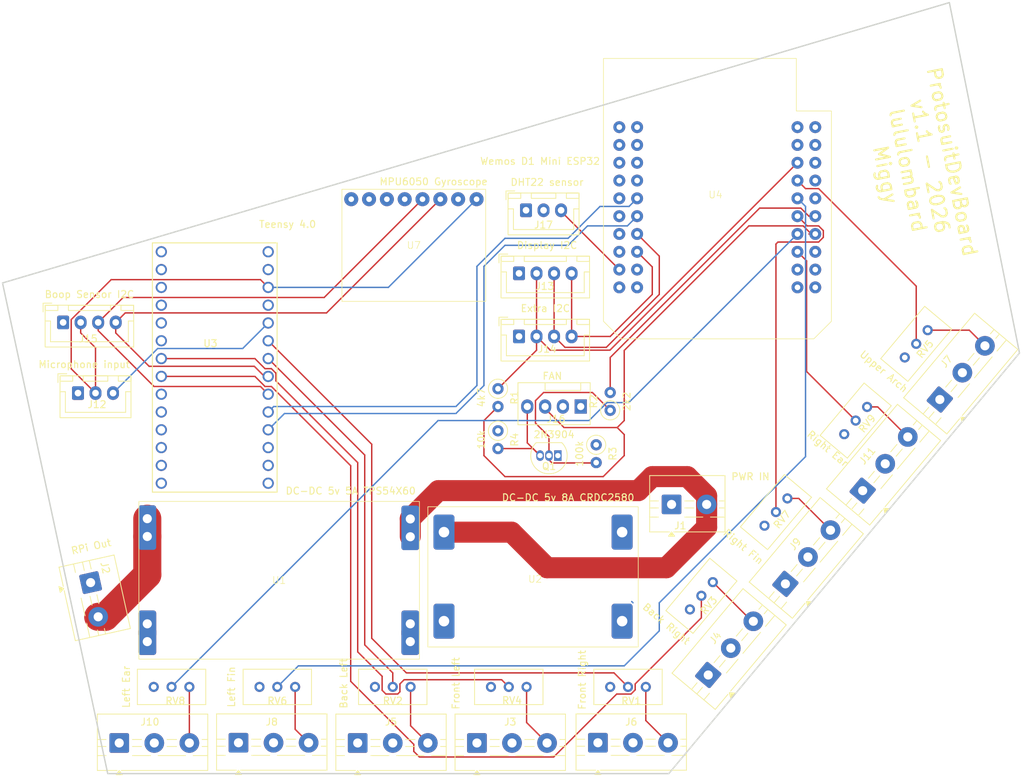
<source format=kicad_pcb>
(kicad_pcb (version 20241229) (generator "pcbnew") (generator_version "9.0")
  (layers (0 "F.Cu" power) (4 "In1.Cu" signal) (6 "In2.Cu" signal) (2 "B.Cu" power) (13 "F.Paste" user) (15 "B.Paste" user) (5 "F.SilkS" user "F.Silkscreen") (7 "B.SilkS" user "B.Silkscreen") (1 "F.Mask" user) (3 "B.Mask" user) (25 "Edge.Cuts" user))
  (net 0 "")
  (net 1 "Net-(J1-Pin_2)")
  (net 2 "Net-(J2-Pin_2)")
  (net 3 "GND")
  (net 4 "Net-(J3-Pin_3)")
  (net 5 "+5V")
  (net 6 "Net-(J4-Pin_3)")
  (net 7 "Net-(J5-Pin_3)")
  (net 8 "Net-(J6-Pin_3)")
  (net 9 "Net-(J7-Pin_3)")
  (net 10 "Net-(J8-Pin_3)")
  (net 11 "Net-(J9-Pin_3)")
  (net 12 "Net-(J10-Pin_3)")
  (net 13 "Net-(J11-Pin_3)")
  (net 14 "Net-(Q1-B)")
  (net 15 "Net-(J12-Pin_3)")
  (net 16 "Net-(J12-Pin_2)")
  (net 17 "Net-(J13-Pin_4)")
  (net 18 "Net-(J13-Pin_3)")
  (net 19 "Net-(J13-Pin_2)")
  (net 20 "Net-(J15-Pin_4)")
  (net 21 "Net-(U4-IO33)")
  (net 22 "Net-(J15-Pin_3)")
  (net 32 "Net-(U3-5_IN2)")
  (net 34 "Net-(U3-17_A3_TX4_SDA1)")
  (net 36 "Net-(U3-20_A6_TX5_LRCLK1)")
  (net 45 "Net-(U3-21_A7_RX5_BCLK1)")
  (net 48 "Net-(U3-6_OUT1D)")
  (net 51 "Net-(U3-16_A2_RX4_SCL1)")
  (net 58 "Net-(U4-IO5)")
  (net 63 "Net-(U4-IO23)")
  (net 66 "Net-(J16-Pin_3)")
  (net 73 "Net-(U4-IO19)")
  (net 74 "Net-(U4-IO18)")
  (net 77 "Net-(J16-Pin_4)")
  (net 78 "Net-(J17-Pin_3)")
  (net 83 "Net-(U4-IO26)")
  (footprint "TerminalBlock:TerminalBlock_MaiXu_MX126-5.0-02P_1x02_P5.00mm" (layer "F.Cu") (at 174.75 106.9675)
    (property "Reference" "J1" (at 1.25 3.0325 0) (layer "F.SilkS"))
    (property "Value" "PWR IN" (at 11.25 -3.9675 0) (layer "F.SilkS"))
    (pad "1" thru_hole roundrect (at 0 0) (size 2.8 2.8) (drill 1.3) (layers "*.Cu" "*.Mask") (roundrect_rratio 0.089286) (net 3 "GND"))
    (pad "2" thru_hole circle (at 5 0) (size 2.8 2.8) (drill 1.3) (layers "*.Cu" "*.Mask") (net 1 "Net-(J1-Pin_2)"))
  )
  (footprint "Connector_JST:JST_XH_B4B-XH-A_1x04_P2.50mm_Vertical" (layer "F.Cu") (at 88 81)
    (property "Reference" "J15" (at 3.580525 2.330201 0) (layer "F.SilkS"))
    (property "Value" "Boop Sensor I2C" (at 3.75 -4 0) (layer "F.SilkS"))
    (pad "1" thru_hole roundrect (at 0 0) (size 1.7 1.95) (drill 0.95) (layers "*.Cu" "*.Mask") (roundrect_rratio 0.147059) (net 3 "GND"))
    (pad "2" thru_hole oval (at 2.5 0) (size 1.7 1.95) (drill 0.95) (layers "*.Cu" "*.Mask") (net 16 "Net-(J12-Pin_2)"))
    (pad "3" thru_hole oval (at 5 0) (size 1.7 1.95) (drill 0.95) (layers "*.Cu" "*.Mask") (net 22 "Net-(J15-Pin_3)"))
    (pad "4" thru_hole oval (at 7.5 0) (size 1.7 1.95) (drill 0.95) (layers "*.Cu" "*.Mask") (net 20 "Net-(J15-Pin_4)"))
  )
  (footprint "TerminalBlock:TerminalBlock_MaiXu_MX126-5.0-03P_1x03_P5.00mm" (layer "F.Cu") (at 213 92 50)
    (property "Reference" "J7" (at 4.759106 -2.762267 50) (layer "F.SilkS"))
    (property "Value" "Upper Arch" (at -2.078123 -8.699506 140) (layer "F.SilkS"))
    (pad "1" thru_hole roundrect (at 0 0 50) (size 2.8 2.8) (drill 1.3) (layers "*.Cu" "*.Mask") (roundrect_rratio 0.089286) (net 3 "GND"))
    (pad "2" thru_hole circle (at 5 0 50) (size 2.8 2.8) (drill 1.3) (layers "*.Cu" "*.Mask") (net 5 "+5V"))
    (pad "3" thru_hole circle (at 10 0 50) (size 2.8 2.8) (drill 1.3) (layers "*.Cu" "*.Mask") (net 9 "Net-(J7-Pin_3)"))
  )
  (footprint "Potentiometer_THT:Potentiometer_Bourns_3296W_Vertical" (layer "F.Cu") (at 106 133)
    (property "Reference" "RV8" (at -2 2 0) (layer "F.SilkS"))
    (property "Value" "Left Ear Adj" (hide yes))
    (pad "1" thru_hole circle (at 0 0) (size 1.44 1.44) (drill 0.8) (layers "*.Cu" "*.Mask") (net 12 "Net-(J10-Pin_3)"))
    (pad "2" thru_hole circle (at -2.54 0) (size 1.44 1.44) (drill 0.8) (layers "*.Cu" "*.Mask") (net 74 "Net-(U4-IO18)"))
    (pad "3" thru_hole circle (at -5.08 0) (size 1.44 1.44) (drill 0.8) (layers "*.Cu" "*.Mask"))
  )
  (footprint "Resistor_THT:R_Axial_DIN0207_L6.3mm_D2.5mm_P2.54mm_Vertical" (layer "F.Cu") (at 164 98.46 -90)
    (property "Reference" "R3" (at 1.27 -2.37 90) (layer "F.SilkS"))
    (property "Value" "100k" (at 1.27 2.37 90) (layer "F.SilkS"))
    (pad "1" thru_hole circle (at 0 0 270) (size 1.6 1.6) (drill 0.8) (layers "*.Cu" "*.Mask") (net 3 "GND"))
    (pad "2" thru_hole circle (at 2.54 0 270) (size 1.6 1.6) (drill 0.8) (layers "*.Cu" "*.Mask") (net 14 "Net-(Q1-B)"))
  )
  (footprint "Aliexpress:DC_DC_5V_8A_CRDC2580" (layer "F.Cu") (at 155 116)
    (property "Reference" "U2" (at 0.3 1.62 0) (layer "F.SilkS") (effects (font (thickness 0.1))))
    (property "Value" "DC-DC 5v 8A CRDC2580" (at 5 -10 0) (layer "F.SilkS"))
    (pad "1" thru_hole roundrect (at -12.7 -5.08) (size 3 5) (drill 1.5) (layers "*.Cu" "*.Mask") (roundrect_rratio 0.15) (net 1 "Net-(J1-Pin_2)"))
    (pad "2" thru_hole roundrect (at -12.7 7.62) (size 3 5) (drill 1.5) (layers "*.Cu" "*.Mask") (roundrect_rratio 0.15) (net 3 "GND"))
    (pad "3" thru_hole roundrect (at 12.7 -5.08) (size 3 5) (drill 1.5) (layers "*.Cu" "*.Mask") (roundrect_rratio 0.15) (net 5 "+5V"))
    (pad "4" thru_hole roundrect (at 12.7 7.62) (size 3 5) (drill 1.5) (layers "*.Cu" "*.Mask") (roundrect_rratio 0.15) (net 3 "GND"))
  )
  (footprint "Aliexpress:DC_DC_5V_5A_TPS54X60" (layer "F.Cu") (at 120 119.04 180)
    (property "Reference" "U1" (at 1.21 1.25 0) (layer "F.SilkS") (effects (font (thickness 0.1))))
    (property "Value" "DC-DC 5v 5A TPS54X60" (at -9 14 0) (layer "F.SilkS"))
    (pad "1" thru_hole roundrect (at -17.5 7.459999 180) (size 2.54 3.81) (drill 1.3) (layers "*.Cu" "*.Mask") (roundrect_rratio 0.15) (net 1 "Net-(J1-Pin_2)"))
    (pad "1" thru_hole roundrect (at -17.5 10 180) (size 2.54 3.81) (drill 1.3) (layers "*.Cu" "*.Mask") (roundrect_rratio 0.15) (net 1 "Net-(J1-Pin_2)"))
    (pad "2" thru_hole roundrect (at -17.5 -7.5 180) (size 2.54 3.81) (drill 1.3) (layers "*.Cu" "*.Mask") (roundrect_rratio 0.15) (net 3 "GND"))
    (pad "2" thru_hole roundrect (at -17.5 -4.96 180) (size 2.54 3.81) (drill 1.3) (layers "*.Cu" "*.Mask") (roundrect_rratio 0.15) (net 3 "GND"))
    (pad "3" thru_hole roundrect (at 20 7.5 180) (size 2.54 3.81) (drill 1.3) (layers "*.Cu" "*.Mask") (roundrect_rratio 0.15) (net 2 "Net-(J2-Pin_2)"))
    (pad "3" thru_hole roundrect (at 20 10.04 180) (size 2.54 3.81) (drill 1.3) (layers "*.Cu" "*.Mask") (roundrect_rratio 0.15) (net 2 "Net-(J2-Pin_2)"))
    (pad "4" thru_hole roundrect (at 20 -7.5 180) (size 2.54 3.81) (drill 1.3) (layers "*.Cu" "*.Mask") (roundrect_rratio 0.15) (net 3 "GND"))
    (pad "4" thru_hole roundrect (at 20 -4.959999 180) (size 2.54 3.81) (drill 1.3) (layers "*.Cu" "*.Mask") (roundrect_rratio 0.15) (net 3 "GND"))
  )
  (footprint "TerminalBlock:TerminalBlock_MaiXu_MX126-5.0-03P_1x03_P5.00mm" (layer "F.Cu") (at 130 141)
    (property "Reference" "J5" (at 4.75 -3 0) (layer "F.SilkS"))
    (property "Value" "Back Left" (at -2 -8.5 90) (layer "F.SilkS"))
    (pad "1" thru_hole roundrect (at 0 0) (size 2.8 2.8) (drill 1.3) (layers "*.Cu" "*.Mask") (roundrect_rratio 0.089286) (net 3 "GND"))
    (pad "2" thru_hole circle (at 5 0) (size 2.8 2.8) (drill 1.3) (layers "*.Cu" "*.Mask") (net 5 "+5V"))
    (pad "3" thru_hole circle (at 10 0) (size 2.8 2.8) (drill 1.3) (layers "*.Cu" "*.Mask") (net 7 "Net-(J5-Pin_3)"))
  )
  (footprint "Resistor_THT:R_Axial_DIN0207_L6.3mm_D2.5mm_P2.54mm_Vertical" (layer "F.Cu") (at 166 93.54 90)
    (property "Reference" "R2" (at 1.27 -2.37 90) (layer "F.SilkS"))
    (property "Value" "2k2" (at 1.27 2.37 90) (layer "F.SilkS"))
    (pad "1" thru_hole circle (at 0 0 90) (size 1.6 1.6) (drill 0.8) (layers "*.Cu" "*.Mask") (net 14 "Net-(Q1-B)"))
    (pad "2" thru_hole circle (at 2.54 0 90) (size 1.6 1.6) (drill 0.8) (layers "*.Cu" "*.Mask") (net 21 "Net-(U4-IO33)"))
  )
  (footprint "TerminalBlock:TerminalBlock_MaiXu_MX126-5.0-03P_1x03_P5.00mm" (layer "F.Cu") (at 96 141)
    (property "Reference" "J10" (at 4.38 -3 0) (layer "F.SilkS"))
    (property "Value" "Left Ear" (at 1 -8 90) (layer "F.SilkS"))
    (pad "1" thru_hole roundrect (at 0 0) (size 2.8 2.8) (drill 1.3) (layers "*.Cu" "*.Mask") (roundrect_rratio 0.089286) (net 3 "GND"))
    (pad "2" thru_hole circle (at 5 0) (size 2.8 2.8) (drill 1.3) (layers "*.Cu" "*.Mask") (net 5 "+5V"))
    (pad "3" thru_hole circle (at 10 0) (size 2.8 2.8) (drill 1.3) (layers "*.Cu" "*.Mask") (net 12 "Net-(J10-Pin_3)"))
  )
  (footprint "Potentiometer_THT:Potentiometer_Bourns_3296W_Vertical" (layer "F.Cu") (at 121.08 133)
    (property "Reference" "RV6" (at -2.54 2 0) (layer "F.SilkS"))
    (property "Value" "Left Fin Adj" (hide yes))
    (pad "1" thru_hole circle (at 0 0) (size 1.44 1.44) (drill 0.8) (layers "*.Cu" "*.Mask") (net 10 "Net-(J8-Pin_3)"))
    (pad "2" thru_hole circle (at -2.54 0) (size 1.44 1.44) (drill 0.8) (layers "*.Cu" "*.Mask") (net 63 "Net-(U4-IO23)"))
    (pad "3" thru_hole circle (at -5.08 0) (size 1.44 1.44) (drill 0.8) (layers "*.Cu" "*.Mask"))
  )
  (footprint "Connector:FanPinHeader_1x04_P2.54mm_Vertical_No_Via" (layer "F.Cu") (at 161.8 93 180)
    (property "Reference" "J16" (at 3.516761 -1.778602 0) (layer "F.SilkS"))
    (property "Value" "FAN" (at 4.05 4.35 0) (layer "F.SilkS"))
    (pad "1" thru_hole rect (at 0 0 270) (size 2.03 1.73) (drill 1.02) (layers "*.Cu" "*.Mask") (net 3 "GND"))
    (pad "2" thru_hole oval (at 2.54 0 270) (size 2.03 1.73) (drill 1.02) (layers "*.Cu" "*.Mask") (net 5 "+5V"))
    (pad "3" thru_hole oval (at 5.08 0 270) (size 2.03 1.73) (drill 1.02) (layers "*.Cu" "*.Mask") (net 66 "Net-(J16-Pin_3)"))
    (pad "4" thru_hole oval (at 7.62 0 270) (size 2.03 1.73) (drill 1.02) (layers "*.Cu" "*.Mask") (net 77 "Net-(J16-Pin_4)"))
  )
  (footprint "Connector_JST:JST_XH_B3B-XH-A_1x03_P2.50mm_Vertical" (layer "F.Cu") (at 90.11852 91.082198)
    (property "Reference" "J12" (at 2.712448 1.625615 0) (layer "F.SilkS"))
    (property "Value" "Microphone input" (at 0.88148 -4.082198 0) (layer "F.SilkS"))
    (pad "1" thru_hole roundrect (at 0 0) (size 1.7 1.95) (drill 0.95) (layers "*.Cu" "*.Mask") (roundrect_rratio 0.147059) (net 3 "GND"))
    (pad "2" thru_hole oval (at 2.5 0) (size 1.7 1.95) (drill 0.95) (layers "*.Cu" "*.Mask") (net 16 "Net-(J12-Pin_2)"))
    (pad "3" thru_hole oval (at 5 0) (size 1.7 1.95) (drill 0.95) (layers "*.Cu" "*.Mask") (net 15 "Net-(J12-Pin_3)"))
  )
  (footprint "TerminalBlock:TerminalBlock_MaiXu_MX126-5.0-03P_1x03_P5.00mm" (layer "F.Cu") (at 147 141)
    (property "Reference" "J3" (at 4.75 -3 0) (layer "F.SilkS"))
    (property "Value" "Front Left" (at -3 -8.5 90) (layer "F.SilkS"))
    (pad "1" thru_hole roundrect (at 0 0) (size 2.8 2.8) (drill 1.3) (layers "*.Cu" "*.Mask") (roundrect_rratio 0.089286) (net 3 "GND"))
    (pad "2" thru_hole circle (at 5 0) (size 2.8 2.8) (drill 1.3) (layers "*.Cu" "*.Mask") (net 5 "+5V"))
    (pad "3" thru_hole circle (at 10 0) (size 2.8 2.8) (drill 1.3) (layers "*.Cu" "*.Mask") (net 4 "Net-(J3-Pin_3)"))
  )
  (footprint "TerminalBlock:TerminalBlock_MaiXu_MX126-5.0-03P_1x03_P5.00mm" (layer "F.Cu") (at 202 105 50)
    (property "Reference" "J11" (at 4.236703 -2.695161 50) (layer "F.SilkS"))
    (property "Value" "Right Ear" (at 1.382329 -7.686948 140) (layer "F.SilkS"))
    (pad "1" thru_hole roundrect (at 0 0 50) (size 2.8 2.8) (drill 1.3) (layers "*.Cu" "*.Mask") (roundrect_rratio 0.089286) (net 3 "GND"))
    (pad "2" thru_hole circle (at 5 0 50) (size 2.8 2.8) (drill 1.3) (layers "*.Cu" "*.Mask") (net 5 "+5V"))
    (pad "3" thru_hole circle (at 10 0 50) (size 2.8 2.8) (drill 1.3) (layers "*.Cu" "*.Mask") (net 13 "Net-(J11-Pin_3)"))
  )
  (footprint "Potentiometer_THT:Potentiometer_Bourns_3296W_Vertical" (layer "F.Cu") (at 180.632681 118.054247 50)
    (property "Reference" "RV3" (at -2.926003 1.708353 50) (layer "F.SilkS"))
    (property "Value" "Back Right Adj" (hide yes))
    (pad "1" thru_hole circle (at 0 0 50) (size 1.44 1.44) (drill 0.8) (layers "*.Cu" "*.Mask") (net 6 "Net-(J4-Pin_3)"))
    (pad "2" thru_hole circle (at -2.54 0 50) (size 1.44 1.44) (drill 0.8) (layers "*.Cu" "*.Mask") (net 48 "Net-(U3-6_OUT1D)"))
    (pad "3" thru_hole circle (at -5.08 0 50) (size 1.44 1.44) (drill 0.8) (layers "*.Cu" "*.Mask"))
  )
  (footprint "TerminalBlock:TerminalBlock_MaiXu_MX126-5.0-03P_1x03_P5.00mm" (layer "F.Cu") (at 179.980466 131.300224 50)
    (property "Reference" "J4" (at 4.715551 -2.62591 50) (layer "F.SilkS"))
    (property "Value" "Back Right" (at 1.748127 -9.273796 140) (layer "F.SilkS"))
    (pad "1" thru_hole roundrect (at 0 0 50) (size 2.8 2.8) (drill 1.3) (layers "*.Cu" "*.Mask") (roundrect_rratio 0.089286) (net 3 "GND"))
    (pad "2" thru_hole circle (at 5 0 50) (size 2.8 2.8) (drill 1.3) (layers "*.Cu" "*.Mask") (net 5 "+5V"))
    (pad "3" thru_hole circle (at 10 0 50) (size 2.8 2.8) (drill 1.3) (layers "*.Cu" "*.Mask") (net 6 "Net-(J4-Pin_3)"))
  )
  (footprint "Resistor_THT:R_Axial_DIN0207_L6.3mm_D2.5mm_P2.54mm_Vertical" (layer "F.Cu") (at 150 90.46 -90)
    (property "Reference" "R1" (at 1.27 -2.37 90) (layer "F.SilkS"))
    (property "Value" "4k7" (at 1.27 2.37 90) (layer "F.SilkS"))
    (pad "1" thru_hole circle (at 0 0 270) (size 1.6 1.6) (drill 0.8) (layers "*.Cu" "*.Mask") (net 19 "Net-(J13-Pin_2)"))
    (pad "2" thru_hole circle (at 2.54 0 270) (size 1.6 1.6) (drill 0.8) (layers "*.Cu" "*.Mask") (net 66 "Net-(J16-Pin_3)"))
  )
  (footprint "Potentiometer_THT:Potentiometer_Bourns_3296W_Vertical" (layer "F.Cu") (at 211.265361 82.108494 50)
    (property "Reference" "RV5" (at -2.312503 1.45505 50) (layer "F.SilkS"))
    (property "Value" "Upper Arch Adj" (hide yes))
    (pad "1" thru_hole circle (at 0 0 50) (size 1.44 1.44) (drill 0.8) (layers "*.Cu" "*.Mask") (net 9 "Net-(J7-Pin_3)"))
    (pad "2" thru_hole circle (at -2.54 0 50) (size 1.44 1.44) (drill 0.8) (layers "*.Cu" "*.Mask") (net 58 "Net-(U4-IO5)"))
    (pad "3" thru_hole circle (at -5.08 0 50) (size 1.44 1.44) (drill 0.8) (layers "*.Cu" "*.Mask"))
  )
  (footprint "Connector_JST:JST_XH_B4B-XH-A_1x04_P2.50mm_Vertical" (layer "F.Cu") (at 153 83)
    (property "Reference" "J14" (at 4.030013 1.791421 0) (layer "F.SilkS"))
    (property "Value" "Extra I2C" (at 3.75 -4 0) (layer "F.SilkS"))
    (pad "1" thru_hole roundrect (at 0 0) (size 1.7 1.95) (drill 0.95) (layers "*.Cu" "*.Mask") (roundrect_rratio 0.147059) (net 3 "GND"))
    (pad "2" thru_hole oval (at 2.5 0) (size 1.7 1.95) (drill 0.95) (layers "*.Cu" "*.Mask") (net 19 "Net-(J13-Pin_2)"))
    (pad "3" thru_hole oval (at 5 0) (size 1.7 1.95) (drill 0.95) (layers "*.Cu" "*.Mask") (net 18 "Net-(J13-Pin_3)"))
    (pad "4" thru_hole oval (at 7.5 0) (size 1.7 1.95) (drill 0.95) (layers "*.Cu" "*.Mask") (net 17 "Net-(J13-Pin_4)"))
  )
  (footprint "Potentiometer_THT:Potentiometer_Bourns_3296W_Vertical" (layer "F.Cu") (at 154.08 133)
    (property "Reference" "RV4" (at -2.08 1.935 0) (layer "F.SilkS"))
    (property "Value" "Front Left Adj" (hide yes))
    (pad "1" thru_hole circle (at 0 0) (size 1.44 1.44) (drill 0.8) (layers "*.Cu" "*.Mask") (net 4 "Net-(J3-Pin_3)"))
    (pad "2" thru_hole circle (at -2.54 0) (size 1.44 1.44) (drill 0.8) (layers "*.Cu" "*.Mask") (net 32 "Net-(U3-5_IN2)"))
    (pad "3" thru_hole circle (at -5.08 0) (size 1.44 1.44) (drill 0.8) (layers "*.Cu" "*.Mask"))
  )
  (footprint "TerminalBlock:TerminalBlock_MaiXu_MX126-5.0-03P_1x03_P5.00mm" (layer "F.Cu") (at 164.25 140.9675)
    (property "Reference" "J6" (at 4.750001 -2.9675 0) (layer "F.SilkS"))
    (property "Value" "Front Right" (at -2.25 -8.9675 90) (layer "F.SilkS"))
    (pad "1" thru_hole roundrect (at 0 0) (size 2.8 2.8) (drill 1.3) (layers "*.Cu" "*.Mask") (roundrect_rratio 0.089286) (net 3 "GND"))
    (pad "2" thru_hole circle (at 5 0) (size 2.8 2.8) (drill 1.3) (layers "*.Cu" "*.Mask") (net 5 "+5V"))
    (pad "3" thru_hole circle (at 10 0) (size 2.8 2.8) (drill 1.3) (layers "*.Cu" "*.Mask") (net 8 "Net-(J6-Pin_3)"))
  )
  (footprint "Aliexpress:GYRO_MPU6050" (layer "F.Cu") (at 136.7 68.5)
    (property "Reference" "U7" (at 1.3 1.5 0) (layer "F.SilkS") (effects (font (thickness 0.1))))
    (property "Value" "MPU6050 Gyroscope" (at 4.12 -7.58 0) (layer "F.SilkS"))
    (pad "1" thru_hole circle (at 10.25 -5.08) (size 2 2) (drill 0.8) (layers "*.Cu" "*.Mask") (net 16 "Net-(J12-Pin_2)"))
    (pad "2" thru_hole circle (at 7.62 -5.08) (size 2 2) (drill 0.8) (layers "*.Cu" "*.Mask") (net 3 "GND"))
    (pad "3" thru_hole circle (at 5.08 -5.08) (size 2 2) (drill 0.8) (layers "*.Cu" "*.Mask") (net 20 "Net-(J15-Pin_4)"))
    (pad "4" thru_hole circle (at 2.54 -5.08) (size 2 2) (drill 0.8) (layers "*.Cu" "*.Mask") (net 22 "Net-(J15-Pin_3)"))
    (pad "5" thru_hole circle (at 0 -5.08) (size 2 2) (drill 0.8) (layers "*.Cu" "*.Mask"))
    (pad "6" thru_hole circle (at -2.54 -5.08) (size 2 2) (drill 0.8) (layers "*.Cu" "*.Mask"))
    (pad "7" thru_hole circle (at -5.08 -5.08) (size 2 2) (drill 0.8) (layers "*.Cu" "*.Mask"))
    (pad "8" thru_hole circle (at -7.62 -5.08) (size 2 2) (drill 0.8) (layers "*.Cu" "*.Mask"))
  )
  (footprint "Potentiometer_THT:Potentiometer_Bourns_3296W_Vertical" (layer "F.Cu") (at 202.63268 93.054247 50)
    (property "Reference" "RV9" (at -1.821689 1.545455 50) (layer "F.SilkS"))
    (property "Value" "Right Ear Adj" (hide yes))
    (pad "1" thru_hole circle (at 0 0 50) (size 1.44 1.44) (drill 0.8) (layers "*.Cu" "*.Mask") (net 13 "Net-(J11-Pin_3)"))
    (pad "2" thru_hole circle (at -2.54 0 50) (size 1.44 1.44) (drill 0.8) (layers "*.Cu" "*.Mask") (net 83 "Net-(U4-IO26)"))
    (pad "3" thru_hole circle (at -5.08 0 50) (size 1.44 1.44) (drill 0.8) (layers "*.Cu" "*.Mask"))
  )
  (footprint "Potentiometer_THT:Potentiometer_Bourns_3296W_Vertical" (layer "F.Cu") (at 171.08 133)
    (property "Reference" "RV1" (at -2.08 2 0) (layer "F.SilkS"))
    (property "Value" "Front Right Adj" (hide yes))
    (pad "1" thru_hole circle (at 0 0) (size 1.44 1.44) (drill 0.8) (layers "*.Cu" "*.Mask") (net 8 "Net-(J6-Pin_3)"))
    (pad "2" thru_hole circle (at -2.54 0) (size 1.44 1.44) (drill 0.8) (layers "*.Cu" "*.Mask") (net 45 "Net-(U3-21_A7_RX5_BCLK1)"))
    (pad "3" thru_hole circle (at -5.08 0) (size 1.44 1.44) (drill 0.8) (layers "*.Cu" "*.Mask"))
  )
  (footprint "TerminalBlock:TerminalBlock_MaiXu_MX126-5.0-03P_1x03_P5.00mm" (layer "F.Cu") (at 190.980466 118.300224 50)
    (property "Reference" "J9" (at 5.250854 -2.583951 50) (layer "F.SilkS"))
    (property "Value" "Right Fin" (at 0.203481 -8.003185 140) (layer "F.SilkS"))
    (pad "1" thru_hole roundrect (at 0 0 50) (size 2.8 2.8) (drill 1.3) (layers "*.Cu" "*.Mask") (roundrect_rratio 0.089286) (net 3 "GND"))
    (pad "2" thru_hole circle (at 5 0 50) (size 2.8 2.8) (drill 1.3) (layers "*.Cu" "*.Mask") (net 5 "+5V"))
    (pad "3" thru_hole circle (at 10 0 50) (size 2.8 2.8) (drill 1.3) (layers "*.Cu" "*.Mask") (net 11 "Net-(J9-Pin_3)"))
  )
  (footprint "Resistor_THT:R_Axial_DIN0207_L6.3mm_D2.5mm_P2.54mm_Vertical" (layer "F.Cu") (at 150 96.46 -90)
    (property "Reference" "R4" (at 1.27 -2.37 90) (layer "F.SilkS"))
    (property "Value" "10k" (at 1.27 2.37 90) (layer "F.SilkS"))
    (pad "1" thru_hole circle (at 0 0 270) (size 1.6 1.6) (drill 0.8) (layers "*.Cu" "*.Mask") (net 5 "+5V"))
    (pad "2" thru_hole circle (at 2.54 0 270) (size 1.6 1.6) (drill 0.8) (layers "*.Cu" "*.Mask") (net 77 "Net-(J16-Pin_4)"))
  )
  (footprint "TerminalBlock:TerminalBlock_MaiXu_MX126-5.0-02P_1x02_P5.00mm" (layer "F.Cu") (at 91.917802 118.11852 -77.5)
    (property "Reference" "J2" (at -1.617632 -2.491373 102.5) (layer "F.SilkS"))
    (property "Value" "RPi Out" (at -4.9794 -1.1881 12.5) (layer "F.SilkS"))
    (pad "1" thru_hole roundrect (at 0 0 282.5) (size 2.8 2.8) (drill 1.3) (layers "*.Cu" "*.Mask") (roundrect_rratio 0.089286) (net 3 "GND"))
    (pad "2" thru_hole circle (at 5 0 282.5) (size 2.8 2.8) (drill 1.3) (layers "*.Cu" "*.Mask") (net 2 "Net-(J2-Pin_2)"))
  )
  (footprint "Potentiometer_THT:Potentiometer_Bourns_3296W_Vertical" (layer "F.Cu") (at 137.54 132.995)
    (property "Reference" "RV2" (at -2.54 2 0) (layer "F.SilkS"))
    (property "Value" "Back Left Adj" (hide yes))
    (pad "1" thru_hole circle (at 0 0) (size 1.44 1.44) (drill 0.8) (layers "*.Cu" "*.Mask") (net 7 "Net-(J5-Pin_3)"))
    (pad "2" thru_hole circle (at -2.54 0) (size 1.44 1.44) (drill 0.8) (layers "*.Cu" "*.Mask") (net 36 "Net-(U3-20_A6_TX5_LRCLK1)"))
    (pad "3" thru_hole circle (at -5.08 0) (size 1.44 1.44) (drill 0.8) (layers "*.Cu" "*.Mask"))
  )
  (footprint "Package_TO_SOT_THT:TO-92_Inline" (layer "F.Cu") (at 158.54 100 180)
    (property "Reference" "Q1" (at 1.254425 -1.532089 0) (layer "F.SilkS"))
    (property "Value" "2N3904" (at 0.54 3 0) (layer "F.SilkS"))
    (pad "1" thru_hole rect (at 0 0 180) (size 1.05 1.5) (drill 0.75) (layers "*.Cu" "*.Mask") (net 3 "GND"))
    (pad "2" thru_hole oval (at 1.269999 0 180) (size 1.05 1.5) (drill 0.75) (layers "*.Cu" "*.Mask") (net 14 "Net-(Q1-B)"))
    (pad "3" thru_hole oval (at 2.54 0 180) (size 1.05 1.5) (drill 0.75) (layers "*.Cu" "*.Mask") (net 77 "Net-(J16-Pin_4)"))
  )
  (footprint "Connector_JST:JST_XH_B3B-XH-A_1x03_P2.50mm_Vertical" (layer "F.Cu") (at 154 65)
    (property "Reference" "J17" (at 2.488517 2.08811 0) (layer "F.SilkS"))
    (property "Value" "DHT22 sensor" (at 3 -4 0) (layer "F.SilkS"))
    (pad "1" thru_hole roundrect (at 0 0) (size 1.7 1.95) (drill 0.95) (layers "*.Cu" "*.Mask") (roundrect_rratio 0.147059) (net 3 "GND"))
    (pad "2" thru_hole oval (at 2.500001 0.000001) (size 1.7 1.95) (drill 0.95) (layers "*.Cu" "*.Mask") (net 5 "+5V"))
    (pad "3" thru_hole oval (at 4.999999 0.000001) (size 1.7 1.95) (drill 0.95) (layers "*.Cu" "*.Mask") (net 78 "Net-(J17-Pin_3)"))
  )
  (footprint "Connector_JST:JST_XH_B4B-XH-A_1x04_P2.50mm_Vertical" (layer "F.Cu") (at 153 74)
    (property "Reference" "J13" (at 3.688743 1.842054 0) (layer "F.SilkS"))
    (property "Value" "Display I2C" (at 4 -4 0) (layer "F.SilkS"))
    (pad "1" thru_hole roundrect (at 0 0) (size 1.7 1.95) (drill 0.95) (layers "*.Cu" "*.Mask") (roundrect_rratio 0.147059) (net 3 "GND"))
    (pad "2" thru_hole oval (at 2.5 0) (size 1.7 1.95) (drill 0.95) (layers "*.Cu" "*.Mask") (net 19 "Net-(J13-Pin_2)"))
    (pad "3" thru_hole oval (at 5 0) (size 1.7 1.95) (drill 0.95) (layers "*.Cu" "*.Mask") (net 18 "Net-(J13-Pin_3)"))
    (pad "4" thru_hole oval (at 7.5 0) (size 1.7 1.95) (drill 0.95) (layers "*.Cu" "*.Mask") (net 17 "Net-(J13-Pin_4)"))
  )
  (footprint "TerminalBlock:TerminalBlock_MaiXu_MX126-5.0-03P_1x03_P5.00mm" (layer "F.Cu") (at 113 140.9675)
    (property "Reference" "J8" (at 4.75 -2.9675 0) (layer "F.SilkS"))
    (property "Value" "Left Fin" (at -1 -7.9675 90) (layer "F.SilkS"))
    (pad "1" thru_hole roundrect (at 0 0) (size 2.8 2.8) (drill 1.3) (layers "*.Cu" "*.Mask") (roundrect_rratio 0.089286) (net 3 "GND"))
    (pad "2" thru_hole circle (at 5 0) (size 2.8 2.8) (drill 1.3) (layers "*.Cu" "*.Mask") (net 5 "+5V"))
    (pad "3" thru_hole circle (at 10 0) (size 2.8 2.8) (drill 1.3) (layers "*.Cu" "*.Mask") (net 10 "Net-(J8-Pin_3)"))
  )
  (footprint "Potentiometer_THT:Potentiometer_Bourns_3296W_Vertical" (layer "F.Cu") (at 191.265361 106.108494 50)
    (property "Reference" "RV7" (at -2.803316 1.359645 50) (layer "F.SilkS"))
    (property "Value" "Right Fin Adj" (hide yes))
    (pad "1" thru_hole circle (at 0 0 50) (size 1.44 1.44) (drill 0.8) (layers "*.Cu" "*.Mask") (net 11 "Net-(J9-Pin_3)"))
    (pad "2" thru_hole circle (at -2.54 0 50) (size 1.44 1.44) (drill 0.8) (layers "*.Cu" "*.Mask") (net 73 "Net-(U4-IO19)"))
    (pad "3" thru_hole circle (at -5.08 0 50) (size 1.44 1.44) (drill 0.8) (layers "*.Cu" "*.Mask"))
  )
  (footprint "Aliexpress:TEENSY_4_0" (layer "F.Cu") (at 109.62 87.43 -90)
    (property "Reference" "U3" (at -3.43 0.62 0) (layer "F.SilkS"))
    (property "Value" "Teensy 4.0" (at -20.43 -10.38 0) (layer "F.SilkS"))
    (pad "1" thru_hole circle (at -16.51 7.62 270) (size 1.6 1.6) (drill 1.1) (layers "*.Cu" "*.Mask") (net 3 "GND"))
    (pad "2" thru_hole circle (at -13.97 7.62 270) (size 1.6 1.6) (drill 1.1) (layers "*.Cu" "*.Mask"))
    (pad "3" thru_hole circle (at -11.43 7.62 270) (size 1.6 1.6) (drill 1.1) (layers "*.Cu" "*.Mask"))
    (pad "4" thru_hole circle (at -8.89 7.62 270) (size 1.6 1.6) (drill 1.1) (layers "*.Cu" "*.Mask"))
    (pad "5" thru_hole circle (at -6.35 7.62 270) (size 1.6 1.6) (drill 1.1) (layers "*.Cu" "*.Mask"))
    (pad "6" thru_hole circle (at -3.81 7.62 270) (size 1.6 1.6) (drill 1.1) (layers "*.Cu" "*.Mask"))
    (pad "7" thru_hole circle (at -1.27 7.62 270) (size 1.6 1.6) (drill 1.1) (layers "*.Cu" "*.Mask") (net 32 "Net-(U3-5_IN2)"))
    (pad "8" thru_hole circle (at 1.27 7.62 270) (size 1.6 1.6) (drill 1.1) (layers "*.Cu" "*.Mask") (net 48 "Net-(U3-6_OUT1D)"))
    (pad "9" thru_hole circle (at 3.81 7.62 270) (size 1.6 1.6) (drill 1.1) (layers "*.Cu" "*.Mask"))
    (pad "10" thru_hole circle (at 6.35 7.62 270) (size 1.6 1.6) (drill 1.1) (layers "*.Cu" "*.Mask"))
    (pad "11" thru_hole circle (at 8.89 7.62 270) (size 1.6 1.6) (drill 1.1) (layers "*.Cu" "*.Mask"))
    (pad "12" thru_hole circle (at 11.43 7.62 270) (size 1.6 1.6) (drill 1.1) (layers "*.Cu" "*.Mask"))
    (pad "13" thru_hole circle (at 13.97 7.62 270) (size 1.6 1.6) (drill 1.1) (layers "*.Cu" "*.Mask"))
    (pad "14" thru_hole circle (at 16.51 7.62 270) (size 1.6 1.6) (drill 1.1) (layers "*.Cu" "*.Mask"))
    (pad "20" thru_hole circle (at 16.51 -7.62 270) (size 1.6 1.6) (drill 1.1) (layers "*.Cu" "*.Mask"))
    (pad "21" thru_hole circle (at 13.97 -7.62 270) (size 1.6 1.6) (drill 1.1) (layers "*.Cu" "*.Mask"))
    (pad "22" thru_hole circle (at 11.43 -7.62 270) (size 1.6 1.6) (drill 1.1) (layers "*.Cu" "*.Mask"))
    (pad "23" thru_hole circle (at 8.89 -7.62 270) (size 1.6 1.6) (drill 1.1) (layers "*.Cu" "*.Mask") (net 51 "Net-(U3-16_A2_RX4_SCL1)"))
    (pad "24" thru_hole circle (at 6.35 -7.62 270) (size 1.6 1.6) (drill 1.1) (layers "*.Cu" "*.Mask") (net 34 "Net-(U3-17_A3_TX4_SDA1)"))
    (pad "25" thru_hole circle (at 3.81 -7.62 270) (size 1.6 1.6) (drill 1.1) (layers "*.Cu" "*.Mask") (net 22 "Net-(J15-Pin_3)"))
    (pad "26" thru_hole circle (at 1.27 -7.62 270) (size 1.6 1.6) (drill 1.1) (layers "*.Cu" "*.Mask") (net 20 "Net-(J15-Pin_4)"))
    (pad "27" thru_hole circle (at -1.27 -7.62 270) (size 1.6 1.6) (drill 1.1) (layers "*.Cu" "*.Mask") (net 36 "Net-(U3-20_A6_TX5_LRCLK1)"))
    (pad "28" thru_hole circle (at -3.81 -7.62 270) (size 1.6 1.6) (drill 1.1) (layers "*.Cu" "*.Mask") (net 45 "Net-(U3-21_A7_RX5_BCLK1)"))
    (pad "29" thru_hole circle (at -6.35 -7.62 270) (size 1.6 1.6) (drill 1.1) (layers "*.Cu" "*.Mask") (net 15 "Net-(J12-Pin_3)"))
    (pad "30" thru_hole circle (at -8.89 -7.62 270) (size 1.6 1.6) (drill 1.1) (layers "*.Cu" "*.Mask"))
    (pad "31" thru_hole circle (at -11.43 -7.62 270) (size 1.6 1.6) (drill 1.1) (layers "*.Cu" "*.Mask") (net 16 "Net-(J12-Pin_2)"))
    (pad "32" thru_hole circle (at -13.97 -7.62 270) (size 1.6 1.6) (drill 1.1) (layers "*.Cu" "*.Mask") (net 3 "GND"))
    (pad "33" thru_hole circle (at -16.51 -7.62 270) (size 1.6 1.6) (drill 1.1) (layers "*.Cu" "*.Mask") (net 5 "+5V"))
  )
  (footprint "Aliexpress:ESP32_MIN132_V_1_0_0" (layer "F.Cu") (at 180 63.3 180)
    (property "Reference" "U4" (at -1.016769 0.512214 0) (layer "F.SilkS") (effects (font (thickness 0.1))))
    (property "Value" "Wemos D1 Mini ESP32" (at 24 5.3 0) (layer "F.SilkS"))
    (pad "1" thru_hole circle (at -15.24 -12.7 180) (size 1.7 1.7) (drill 0.8) (layers "*.Cu" "*.Mask") (net 3 "GND"))
    (pad "2" thru_hole circle (at -15.24 -10.16 180) (size 1.7 1.7) (drill 0.8) (layers "*.Cu" "*.Mask"))
    (pad "3" thru_hole circle (at -15.24 -7.62 180) (size 1.7 1.7) (drill 0.8) (layers "*.Cu" "*.Mask"))
    (pad "4" thru_hole circle (at -15.24 -5.08 180) (size 1.7 1.7) (drill 0.8) (layers "*.Cu" "*.Mask") (net 66 "Net-(J16-Pin_3)"))
    (pad "5" thru_hole circle (at -15.24 -2.54 180) (size 1.7 1.7) (drill 0.8) (layers "*.Cu" "*.Mask") (net 21 "Net-(U4-IO33)"))
    (pad "6" thru_hole circle (at -15.24 0 180) (size 1.7 1.7) (drill 0.8) (layers "*.Cu" "*.Mask"))
    (pad "7" thru_hole circle (at -15.240001 2.54 180) (size 1.7 1.7) (drill 0.8) (layers "*.Cu" "*.Mask"))
    (pad "8" thru_hole circle (at -15.24 5.08 180) (size 1.7 1.7) (drill 0.8) (layers "*.Cu" "*.Mask"))
    (pad "9" thru_hole circle (at -15.24 7.62 180) (size 1.7 1.7) (drill 0.8) (layers "*.Cu" "*.Mask"))
    (pad "10" thru_hole circle (at -15.24 10.16 180) (size 1.7 1.7) (drill 0.8) (layers "*.Cu" "*.Mask"))
    (pad "11" thru_hole circle (at -12.7 -12.7 180) (size 1.7 1.7) (drill 0.8) (layers "*.Cu" "*.Mask"))
    (pad "12" thru_hole circle (at -12.7 -10.16 180) (size 1.7 1.7) (drill 0.8) (layers "*.Cu" "*.Mask"))
    (pad "13" thru_hole circle (at -12.7 -7.62 180) (size 1.7 1.7) (drill 0.8) (layers "*.Cu" "*.Mask") (net 83 "Net-(U4-IO26)"))
    (pad "14" thru_hole circle (at -12.7 -5.08 180) (size 1.7 1.7) (drill 0.8) (layers "*.Cu" "*.Mask") (net 74 "Net-(U4-IO18)"))
    (pad "15" thru_hole circle (at -12.7 -2.54 180) (size 1.7 1.7) (drill 0.8) (layers "*.Cu" "*.Mask") (net 73 "Net-(U4-IO19)"))
    (pad "16" thru_hole circle (at -12.7 0 180) (size 1.7 1.7) (drill 0.8) (layers "*.Cu" "*.Mask") (net 63 "Net-(U4-IO23)"))
    (pad "17" thru_hole circle (at -12.7 2.54 180) (size 1.7 1.7) (drill 0.8) (layers "*.Cu" "*.Mask") (net 58 "Net-(U4-IO5)"))
    (pad "18" thru_hole circle (at -12.7 5.08 180) (size 1.7 1.7) (drill 0.8) (layers "*.Cu" "*.Mask") (net 19 "Net-(J13-Pin_2)"))
    (pad "19" thru_hole circle (at -12.7 7.62 180) (size 1.7 1.7) (drill 0.8) (layers "*.Cu" "*.Mask"))
    (pad "20" thru_hole circle (at -12.7 10.16 180) (size 1.7 1.7) (drill 0.8) (layers "*.Cu" "*.Mask"))
    (pad "21" thru_hole circle (at 10.16 -12.7 180) (size 1.7 1.7) (drill 0.8) (layers "*.Cu" "*.Mask"))
    (pad "22" thru_hole circle (at 10.16 -10.16 180) (size 1.7 1.7) (drill 0.8) (layers "*.Cu" "*.Mask"))
    (pad "23" thru_hole circle (at 10.16 -7.62 180) (size 1.7 1.7) (drill 0.8) (layers "*.Cu" "*.Mask") (net 17 "Net-(J13-Pin_4)"))
    (pad "24" thru_hole circle (at 10.16 -5.08 180) (size 1.7 1.7) (drill 0.8) (layers "*.Cu" "*.Mask") (net 18 "Net-(J13-Pin_3)"))
    (pad "25" thru_hole circle (at 10.16 -2.54 180) (size 1.7 1.7) (drill 0.8) (layers "*.Cu" "*.Mask") (net 51 "Net-(U3-16_A2_RX4_SCL1)"))
    (pad "26" thru_hole circle (at 10.159999 0 180) (size 1.7 1.7) (drill 0.8) (layers "*.Cu" "*.Mask") (net 34 "Net-(U3-17_A3_TX4_SDA1)"))
    (pad "27" thru_hole circle (at 10.16 2.54 180) (size 1.7 1.7) (drill 0.8) (layers "*.Cu" "*.Mask") (net 3 "GND"))
    (pad "28" thru_hole circle (at 10.16 5.08 180) (size 1.7 1.7) (drill 0.8) (layers "*.Cu" "*.Mask") (net 5 "+5V"))
    (pad "29" thru_hole circle (at 10.16 7.62 180) (size 1.7 1.7) (drill 0.8) (layers "*.Cu" "*.Mask"))
    (pad "30" thru_hole circle (at 10.16 10.16 180) (size 1.7 1.7) (drill 0.8) (layers "*.Cu" "*.Mask"))
    (pad "31" thru_hole circle (at 12.7 -12.7 180) (size 1.7 1.7) (drill 0.8) (layers "*.Cu" "*.Mask") (net 3 "GND"))
    (pad "32" thru_hole circle (at 12.7 -10.16 180) (size 1.7 1.7) (drill 0.8) (layers "*.Cu" "*.Mask") (net 78 "Net-(J17-Pin_3)"))
    (pad "33" thru_hole circle (at 12.7 -7.62 180) (size 1.7 1.7) (drill 0.8) (layers "*.Cu" "*.Mask"))
    (pad "34" thru_hole circle (at 12.7 -5.08 180) (size 1.7 1.7) (drill 0.8) (layers "*.Cu" "*.Mask"))
    (pad "35" thru_hole circle (at 12.7 -2.54 180) (size 1.7 1.7) (drill 0.8) (layers "*.Cu" "*.Mask"))
    (pad "36" thru_hole circle (at 12.7 0 180) (size 1.7 1.7) (drill 0.8) (layers "*.Cu" "*.Mask"))
    (pad "37" thru_hole circle (at 12.7 2.54 180) (size 1.7 1.7) (drill 0.8) (layers "*.Cu" "*.Mask"))
    (pad "38" thru_hole circle (at 12.7 5.08 180) (size 1.7 1.7) (drill 0.8) (layers "*.Cu" "*.Mask"))
    (pad "39" thru_hole circle (at 12.7 7.62 180) (size 1.7 1.7) (drill 0.8) (layers "*.Cu" "*.Mask"))
    (pad "40" thru_hole circle (at 12.7 10.16 180) (size 1.7 1.7) (drill 0.8) (layers "*.Cu" "*.Mask"))
  )
  (gr_poly (pts (xy 94.358135 145.367219) (xy 174.358135 145.367219) (xy 224.358135 85.367219) (xy 214.358135 35.367219) (xy 79.358135 75.367219)) (stroke (width 0.2)) (fill no) (layer "Edge.Cuts"))
  (gr_text "ProtosuitDevBoard\nv1.1 - 2026\nlululombard\nMiggy" (at 210 59 281) (layer "F.SilkS") (effects (font (size 2 2) (thickness 0.3) (bold yes))))
  (segment (start 141.5 105) (end 137.5 109) (width 3) (layer "F.Cu") (net 1))
  (segment (start 177 103) (end 172 103) (width 3) (layer "F.Cu") (net 1))
  (segment (start 157 116) (end 174 116) (width 3) (layer "F.Cu") (net 1))
  (segment (start 172 103) (end 170 105) (width 3) (layer "F.Cu") (net 1))
  (segment (start 174 116) (end 179.75 110.25) (width 3) (layer "F.Cu") (net 1))
  (segment (start 151.92 110.92) (end 157 116) (width 3) (layer "F.Cu") (net 1))
  (segment (start 179.75 105.75) (end 177 103) (width 3) (layer "F.Cu") (net 1))
  (segment (start 142.3 110.92) (end 151.92 110.92) (width 3) (layer "F.Cu") (net 1))
  (segment (start 170 105) (end 141.5 105) (width 3) (layer "F.Cu") (net 1))
  (segment (start 179.75 110.25) (end 179.75 106.9675) (width 3) (layer "F.Cu") (net 1))
  (segment (start 179.75 106.9675) (end 179.75 105.75) (width 3) (layer "F.Cu") (net 1))
  (segment (start 137.5 109) (end 137.5 111.540001) (width 3) (layer "F.Cu") (net 1))
  (segment (start 100 109) (end 100 111.54) (width 4) (layer "F.Cu") (net 2))
  (segment (start 100 117) (end 100 111.54) (width 4) (layer "F.Cu") (net 2))
  (segment (start 93 123) (end 94 123) (width 4) (layer "F.Cu") (net 2))
  (segment (start 94 123) (end 100 117) (width 4) (layer "F.Cu") (net 2))
  (segment (start 154.08 138.08) (end 157 141) (width 0.2) (layer "F.Cu") (net 4))
  (segment (start 154.08 133) (end 154.08 138.08) (width 0.2) (layer "F.Cu") (net 4))
  (segment (start 180.632681 118.054247) (end 186.218214 123.63978) (width 0.2) (layer "F.Cu") (net 6))
  (segment (start 186.218214 123.63978) (end 186.408342 123.63978) (width 0.2) (layer "F.Cu") (net 6))
  (segment (start 137.54 132.995) (end 137.54 138.54) (width 0.2) (layer "F.Cu") (net 7))
  (segment (start 137.54 138.54) (end 140 141) (width 0.2) (layer "F.Cu") (net 7))
  (segment (start 171.08 137.7975) (end 174.25 140.9675) (width 0.2) (layer "F.Cu") (net 8))
  (segment (start 171.08 133) (end 171.08 137.7975) (width 0.2) (layer "F.Cu") (net 8))
  (segment (start 217.196815 82.108494) (end 219.427876 84.339555) (width 0.2) (layer "F.Cu") (net 9))
  (segment (start 211.265361 82.108494) (end 217.196815 82.108494) (width 0.2) (layer "F.Cu") (net 9))
  (segment (start 121.08 133) (end 121.08 139.0475) (width 0.2) (layer "F.Cu") (net 10))
  (segment (start 121.08 139.0475) (end 123 140.9675) (width 0.2) (layer "F.Cu") (net 10))
  (segment (start 191.265361 106.108494) (end 192.877057 106.108494) (width 0.2) (layer "F.Cu") (net 11))
  (segment (start 192.877057 106.108494) (end 197.408342 110.639779) (width 0.2) (layer "F.Cu") (net 11))
  (segment (start 106 133) (end 106 141) (width 0.2) (layer "F.Cu") (net 12))
  (segment (start 204.142568 93.054247) (end 208.427876 97.339555) (width 0.2) (layer "F.Cu") (net 13))
  (segment (start 202.63268 93.054247) (end 204.142568 93.054247) (width 0.2) (layer "F.Cu") (net 13))
  (segment (start 155.345999 92.160514) (end 155.345999 95.360205) (width 0.2) (layer "F.Cu") (net 14))
  (segment (start 163.949 101.051) (end 157.714 101.051) (width 0.2) (layer "F.Cu") (net 14))
  (segment (start 164 101) (end 163.949 101.051) (width 0.2) (layer "F.Cu") (net 14))
  (segment (start 157.270001 97.284207) (end 157.270001 100) (width 0.2) (layer "F.Cu") (net 14))
  (segment (start 156.506513 91) (end 155.345999 92.160514) (width 0.2) (layer "F.Cu") (net 14))
  (segment (start 157.714 101.051) (end 157.270001 100.607001) (width 0.2) (layer "F.Cu") (net 14))
  (segment (start 166 93.54) (end 163.46 91) (width 0.2) (layer "F.Cu") (net 14))
  (segment (start 157.270001 100.607001) (end 157.270001 100) (width 0.2) (layer "F.Cu") (net 14))
  (segment (start 155.345999 95.360205) (end 157.270001 97.284207) (width 0.2) (layer "F.Cu") (net 14))
  (segment (start 163.46 91) (end 156.506513 91) (width 0.2) (layer "F.Cu") (net 14))
  (segment (start 95.11852 91.082198) (end 101.479718 84.721) (width 0.2) (layer "B.Cu") (net 15))
  (segment (start 113.599 84.721) (end 117.24 81.08) (width 0.2) (layer "B.Cu") (net 15))
  (segment (start 101.479718 84.721) (end 113.599 84.721) (width 0.2) (layer "B.Cu") (net 15))
  (segment (start 92.61852 91.082198) (end 92.61852 84.61852) (width 0.2) (layer "F.Cu") (net 16))
  (segment (start 90.5 82.5) (end 92.61852 84.61852) (width 0.2) (layer "F.Cu") (net 16))
  (segment (start 117.24 76) (end 116.139 74.899) (width 0.2) (layer "F.Cu") (net 16))
  (segment (start 89.151 87.614678) (end 92.61852 91.082198) (width 0.2) (layer "F.Cu") (net 16))
  (segment (start 116.139 74.899) (end 94.84824 74.899) (width 0.2) (layer "F.Cu") (net 16))
  (segment (start 94.84824 74.899) (end 89.151 80.59624) (width 0.2) (layer "F.Cu") (net 16))
  (segment (start 89.151 80.59624) (end 89.151 87.614678) (width 0.2) (layer "F.Cu") (net 16))
  (segment (start 90.5 81) (end 90.5 82.5) (width 0.2) (layer "F.Cu") (net 16))
  (segment (start 146.95 63.42) (end 134.37 76) (width 0.2) (layer "B.Cu") (net 16))
  (segment (start 134.37 76) (end 117.24 76) (width 0.2) (layer "B.Cu") (net 16))
  (segment (start 172 77) (end 172 73.08) (width 0.2) (layer "F.Cu") (net 17))
  (segment (start 172 73.08) (end 169.84 70.92) (width 0.2) (layer "F.Cu") (net 17))
  (segment (start 166 83) (end 172 77) (width 0.2) (layer "F.Cu") (net 17))
  (segment (start 160.5 83) (end 166 83) (width 0.2) (layer "F.Cu") (net 17))
  (segment (start 160.5 74) (end 160.5 83) (width 0.2) (layer "F.Cu") (net 17))
  (segment (start 159.55705 84.55705) (end 165.44295 84.55705) (width 0.2) (layer "F.Cu") (net 18))
  (segment (start 173 71.54) (end 169.84 68.38) (width 0.2) (layer "F.Cu") (net 18))
  (segment (start 165.44295 84.55705) (end 173 77) (width 0.2) (layer "F.Cu") (net 18))
  (segment (start 158 74) (end 158 83) (width 0.2) (layer "F.Cu") (net 18))
  (segment (start 158 83) (end 159.55705 84.55705) (width 0.2) (layer "F.Cu") (net 18))
  (segment (start 173 77) (end 173 71.54) (width 0.2) (layer "F.Cu") (net 18))
  (segment (start 157.45805 84.95805) (end 165.96195 84.95805) (width 0.2) (layer "F.Cu") (net 19))
  (segment (start 165.96195 84.95805) (end 192.7 58.22) (width 0.2) (layer "F.Cu") (net 19))
  (segment (start 155.5 74) (end 155.5 83) (width 0.2) (layer "F.Cu") (net 19))
  (segment (start 155.5 83) (end 155.5 84.96) (width 0.2) (layer "F.Cu") (net 19))
  (segment (start 155.5 84.96) (end 150 90.46) (width 0.2) (layer "F.Cu") (net 19))
  (segment (start 155.5 83) (end 157.45805 84.95805) (width 0.2) (layer "F.Cu") (net 19))
  (segment (start 115.261 87.261) (end 116.7 88.7) (width 0.2) (layer "F.Cu") (net 20))
  (segment (start 95.5 82.5) (end 100.261 87.261) (width 0.2) (layer "F.Cu") (net 20))
  (segment (start 125.559 79.641) (end 96.859 79.641) (width 0.2) (layer "F.Cu") (net 20))
  (segment (start 95.5 81) (end 95.5 82.5) (width 0.2) (layer "F.Cu") (net 20))
  (segment (start 141.78 63.42) (end 125.559 79.641) (width 0.2) (layer "F.Cu") (net 20))
  (segment (start 116.7 88.7) (end 117.24 88.7) (width 0.2) (layer "F.Cu") (net 20))
  (segment (start 100.261 87.261) (end 115.261 87.261) (width 0.2) (layer "F.Cu") (net 20))
  (segment (start 96.859 79.641) (end 95.5 81) (width 0.2) (layer "F.Cu") (net 20))
  (segment (start 194.32776 65.84) (end 195.24 65.84) (width 0.2) (layer "F.Cu") (net 21))
  (segment (start 187.311 64.689) (end 193.17676 64.689) (width 0.2) (layer "F.Cu") (net 21))
  (segment (start 166 86) (end 187.311 64.689) (width 0.2) (layer "F.Cu") (net 21))
  (segment (start 193.17676 64.689) (end 194.32776 65.84) (width 0.2) (layer "F.Cu") (net 21))
  (segment (start 166 91) (end 166 86) (width 0.2) (layer "F.Cu") (net 21))
  (segment (start 93 81) (end 93 82.175) (width 0.2) (layer "F.Cu") (net 22))
  (segment (start 96.561 77.439) (end 93 81) (width 0.2) (layer "F.Cu") (net 22))
  (segment (start 125.221 77.439) (end 96.561 77.439) (width 0.2) (layer "F.Cu") (net 22))
  (segment (start 116.139 90.139) (end 117.24 91.24) (width 0.2) (layer "F.Cu") (net 22))
  (segment (start 139.24 63.42) (end 125.221 77.439) (width 0.2) (layer "F.Cu") (net 22))
  (segment (start 93 82.175) (end 100.964 90.139) (width 0.2) (layer "F.Cu") (net 22))
  (segment (start 100.964 90.139) (end 116.139 90.139) (width 0.2) (layer "F.Cu") (net 22))
  (segment (start 116.78395 87.599) (end 115.34495 86.16) (width 0.2) (layer "F.Cu") (net 32))
  (segment (start 150.514 131.974) (end 136.619087 131.974) (width 0.2) (layer "F.Cu") (net 32))
  (segment (start 151.54 133) (end 150.514 131.974) (width 0.2) (layer "F.Cu") (net 32))
  (segment (start 130 128) (end 130 101) (width 0.2) (layer "F.Cu") (net 32))
  (segment (start 118.341 89.341) (end 118.341 88.24395) (width 0.2) (layer "F.Cu") (net 32))
  (segment (start 133.481 131.481) (end 130 128) (width 0.2) (layer "F.Cu") (net 32))
  (segment (start 130 101) (end 118.341 89.341) (width 0.2) (layer "F.Cu") (net 32))
  (segment (start 136.619087 131.974) (end 136.021 132.572087) (width 0.2) (layer "F.Cu") (net 32))
  (segment (start 118.341 88.24395) (end 117.69605 87.599) (width 0.2) (layer "F.Cu") (net 32))
  (segment (start 117.69605 87.599) (end 116.78395 87.599) (width 0.2) (layer "F.Cu") (net 32))
  (segment (start 134.016 134.016) (end 133.481 133.481) (width 0.2) (layer "F.Cu") (net 32))
  (segment (start 135.703456 134.016) (end 134.016 134.016) (width 0.2) (layer "F.Cu") (net 32))
  (segment (start 136.021 132.572087) (end 136.021 133.698456) (width 0.2) (layer "F.Cu") (net 32))
  (segment (start 136.021 133.698456) (end 135.703456 134.016) (width 0.2) (layer "F.Cu") (net 32))
  (segment (start 133.481 133.481) (end 133.481 131.481) (width 0.2) (layer "F.Cu") (net 32))
  (segment (start 115.34495 86.16) (end 102 86.16) (width 0.2) (layer "F.Cu") (net 32))
  (segment (start 118.02 93) (end 144 93) (width 0.2) (layer "B.Cu") (net 34))
  (segment (start 144 93) (end 147 90) (width 0.2) (layer "B.Cu") (net 34))
  (segment (start 164.549 64.451) (end 168.689001 64.451) (width 0.2) (layer "B.Cu") (net 34))
  (segment (start 147 90) (end 147 73) (width 0.2) (layer "B.Cu") (net 34))
  (segment (start 160 69) (end 164.549 64.451) (width 0.2) (layer "B.Cu") (net 34))
  (segment (start 151 69) (end 160 69) (width 0.2) (layer "B.Cu") (net 34))
  (segment (start 117.24 93.78) (end 118.02 93) (width 0.2) (layer "B.Cu") (net 34))
  (segment (start 147 73) (end 151 69) (width 0.2) (layer "B.Cu") (net 34))
  (segment (start 168.689001 64.451) (end 169.840001 63.3) (width 0.2) (layer "B.Cu") (net 34))
  (segment (start 131 127) (end 131 99.92) (width 0.2) (layer "F.Cu") (net 36))
  (segment (start 135 131) (end 131 127) (width 0.2) (layer "F.Cu") (net 36))
  (segment (start 131 99.92) (end 117.24 86.16) (width 0.2) (layer "F.Cu") (net 36))
  (segment (start 135 132.995) (end 135 131) (width 0.2) (layer "F.Cu") (net 36))
  (segment (start 166.54 131) (end 136.939993 131) (width 0.2) (layer "F.Cu") (net 45))
  (segment (start 136.939993 131) (end 132 126.060007) (width 0.2) (layer "F.Cu") (net 45))
  (segment (start 168.54 133) (end 166.54 131) (width 0.2) (layer "F.Cu") (net 45))
  (segment (start 132 98.38) (end 117.24 83.62) (width 0.2) (layer "F.Cu") (net 45))
  (segment (start 132 126.060007) (end 132 98.38) (width 0.2) (layer "F.Cu") (net 45))
  (segment (start 169.561 133.422913) (end 168.962913 134.021) (width 0.2) (layer "F.Cu") (net 48))
  (segment (start 179 123.138087) (end 169.561 132.577087) (width 0.2) (layer "F.Cu") (net 48))
  (segment (start 179 120) (end 179 123.138087) (width 0.2) (layer "F.Cu") (net 48))
  (segment (start 138 142.202789) (end 138 141.202789) (width 0.2) (layer "F.Cu") (net 48))
  (segment (start 129 132.202789) (end 129 101.44295) (width 0.2) (layer "F.Cu") (net 48))
  (segment (start 138.797211 143) (end 138 142.202789) (width 0.2) (layer "F.Cu") (net 48))
  (segment (start 117.69605 90.139) (end 116.78395 90.139) (width 0.2) (layer "F.Cu") (net 48))
  (segment (start 115.34495 88.7) (end 102 88.7) (width 0.2) (layer "F.Cu") (net 48))
  (segment (start 169.561 132.577087) (end 169.561 133.422913) (width 0.2) (layer "F.Cu") (net 48))
  (segment (start 129 101.44295) (end 117.69605 90.139) (width 0.2) (layer "F.Cu") (net 48))
  (segment (start 157.941913 143) (end 138.797211 143) (width 0.2) (layer "F.Cu") (net 48))
  (segment (start 166.920913 134.021) (end 157.941913 143) (width 0.2) (layer "F.Cu") (net 48))
  (segment (start 138 141.202789) (end 129 132.202789) (width 0.2) (layer "F.Cu") (net 48))
  (segment (start 116.78395 90.139) (end 115.34495 88.7) (width 0.2) (layer "F.Cu") (net 48))
  (segment (start 168.962913 134.021) (end 166.920913 134.021) (width 0.2) (layer "F.Cu") (net 48))
  (segment (start 168.451 67.229) (end 162.771 67.229) (width 0.2) (layer "B.Cu") (net 51))
  (segment (start 162.771 67.229) (end 160 70) (width 0.2) (layer "B.Cu") (net 51))
  (segment (start 148 73) (end 148 90) (width 0.2) (layer "B.Cu") (net 51))
  (segment (start 119.56 94) (end 117.24 96.32) (width 0.2) (layer "B.Cu") (net 51))
  (segment (start 169.84 65.84) (end 168.451 67.229) (width 0.2) (layer "B.Cu") (net 51))
  (segment (start 144 94) (end 119.56 94) (width 0.2) (layer "B.Cu") (net 51))
  (segment (start 160 70) (end 151 70) (width 0.2) (layer "B.Cu") (net 51))
  (segment (start 151 70) (end 148 73) (width 0.2) (layer "B.Cu") (net 51))
  (segment (start 148 90) (end 144 94) (width 0.2) (layer "B.Cu") (net 51))
  (segment (start 193.851 61.911) (end 192.7 60.76) (width 0.2) (layer "F.Cu") (net 58))
  (segment (start 209.63268 84.054247) (end 209.63268 75.826919) (width 0.2) (layer "F.Cu") (net 58))
  (segment (start 209.63268 75.826919) (end 195.716761 61.911) (width 0.2) (layer "F.Cu") (net 58))
  (segment (start 195.716761 61.911) (end 193.851 61.911) (width 0.2) (layer "F.Cu") (net 58))
  (segment (start 173 125) (end 173 121) (width 0.2) (layer "B.Cu") (net 63))
  (segment (start 173 121) (end 193.851 100.149) (width 0.2) (layer "B.Cu") (net 63))
  (segment (start 169.249264 121) (end 169.068264 120.819) (width 0.2) (layer "B.Cu") (net 63))
  (segment (start 193.851 64.451) (end 192.7 63.3) (width 0.2) (layer "B.Cu") (net 63))
  (segment (start 121.54 130) (end 168 130) (width 0.2) (layer "B.Cu") (net 63))
  (segment (start 193.851 100.149) (end 193.851 64.451) (width 0.2) (layer "B.Cu") (net 63))
  (segment (start 118.54 133) (end 121.54 130) (width 0.2) (layer "B.Cu") (net 63))
  (segment (start 168 130) (end 173 125) (width 0.2) (layer "B.Cu") (net 63))
  (segment (start 168 85) (end 185.771 67.229) (width 0.2) (layer "F.Cu") (net 66))
  (segment (start 185.771 67.229) (end 193.5219 67.229) (width 0.2) (layer "F.Cu") (net 66))
  (segment (start 193.5219 67.229) (end 194.6729 68.38) (width 0.2) (layer "F.Cu") (net 66))
  (segment (start 148 100) (end 151 103) (width 0.2) (layer "F.Cu") (net 66))
  (segment (start 168 95) (end 168 85) (width 0.2) (layer "F.Cu") (net 66))
  (segment (start 165 103) (end 168 100) (width 0.2) (layer "F.Cu") (net 66))
  (segment (start 167 96) (end 168 95) (width 0.2) (layer "F.Cu") (net 66))
  (segment (start 195.24 68.38) (end 194.32776 68.38) (width 0.2) (layer "F.Cu") (net 66))
  (segment (start 168 100) (end 168 97) (width 0.2) (layer "F.Cu") (net 66))
  (segment (start 159.42 96) (end 167 96) (width 0.2) (layer "F.Cu") (net 66))
  (segment (start 168 97) (end 167 96) (width 0.2) (layer "F.Cu") (net 66))
  (segment (start 148 95) (end 148 100) (width 0.2) (layer "F.Cu") (net 66))
  (segment (start 151 103) (end 165 103) (width 0.2) (layer "F.Cu") (net 66))
  (segment (start 194.6729 68.38) (end 195.24 68.38) (width 0.2) (layer "F.Cu") (net 66))
  (segment (start 150 93) (end 148 95) (width 0.2) (layer "F.Cu") (net 66))
  (segment (start 156.72 93.3) (end 159.42 96) (width 0.2) (layer "F.Cu") (net 66))
  (segment (start 189.92124 69.531) (end 195.71676 69.531) (width 0.2) (layer "F.Cu") (net 73))
  (segment (start 189.63268 108.054247) (end 189.63268 69.81956) (width 0.2) (layer "F.Cu") (net 73))
  (segment (start 196.391 68.85676) (end 196.391 67.90324) (width 0.2) (layer "F.Cu") (net 73))
  (segment (start 195.71676 67.229) (end 194.089 67.229) (width 0.2) (layer "F.Cu") (net 73))
  (segment (start 189.63268 69.81956) (end 189.92124 69.531) (width 0.2) (layer "F.Cu") (net 73))
  (segment (start 195.71676 69.531) (end 196.391 68.85676) (width 0.2) (layer "F.Cu") (net 73))
  (segment (start 196.391 67.90324) (end 195.71676 67.229) (width 0.2) (layer "F.Cu") (net 73))
  (segment (start 194.089 67.229) (end 192.7 65.84) (width 0.2) (layer "F.Cu") (net 73))
  (segment (start 141.46 95) (end 162.98295 95) (width 0.2) (layer "B.Cu") (net 74))
  (segment (start 162.98295 95) (end 165.54395 92.439) (width 0.2) (layer "B.Cu") (net 74))
  (segment (start 103.46 133) (end 141.46 95) (width 0.2) (layer "B.Cu") (net 74))
  (segment (start 165.54395 92.439) (end 168.641 92.439) (width 0.2) (layer "B.Cu") (net 74))
  (segment (start 168.641 92.439) (end 192.7 68.38) (width 0.2) (layer "B.Cu") (net 74))
  (segment (start 155 99) (end 156 100) (width 0.2) (layer "F.Cu") (net 77))
  (segment (start 156 100) (end 154.179999 98.179999) (width 0.2) (layer "F.Cu") (net 77))
  (segment (start 154.179999 98.179999) (end 154.179999 93.3) (width 0.2) (layer "F.Cu") (net 77))
  (segment (start 150 99) (end 155 99) (width 0.2) (layer "F.Cu") (net 77))
  (segment (start 158.999999 65.159999) (end 167.3 73.46) (width 0.2) (layer "F.Cu") (net 78))
  (segment (start 158.999999 65.000001) (end 158.999999 65.159999) (width 0.2) (layer "F.Cu") (net 78))
  (segment (start 194 88.000001) (end 194 72.22) (width 0.2) (layer "F.Cu") (net 83))
  (segment (start 200.999999 95) (end 194 88.000001) (width 0.2) (layer "F.Cu") (net 83))
  (segment (start 194 72.22) (end 192.7 70.92) (width 0.2) (layer "F.Cu") (net 83))
)
</source>
